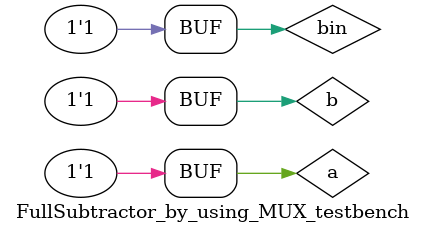
<source format=v>
`timescale 1ns / 1ps


module FullSubtractor_by_using_MUX_testbench;
    reg a,b,bin;
    wire diff,bout;
    FullSubtractor_by_using_MUX_design 
    uut(a,b,bin,diff,bout);
        initial begin
            {bin,b,a}=3'b000; #10;
            {bin,b,a}=3'b001; #10;
            {bin,b,a}=3'b010; #10;
            {bin,b,a}=3'b011; #10;
            {bin,b,a}=3'b100; #10;
            {bin,b,a}=3'b101; #10;
            {bin,b,a}=3'b110; #10;
            {bin,b,a}=3'b111; #10;
        end
endmodule

</source>
